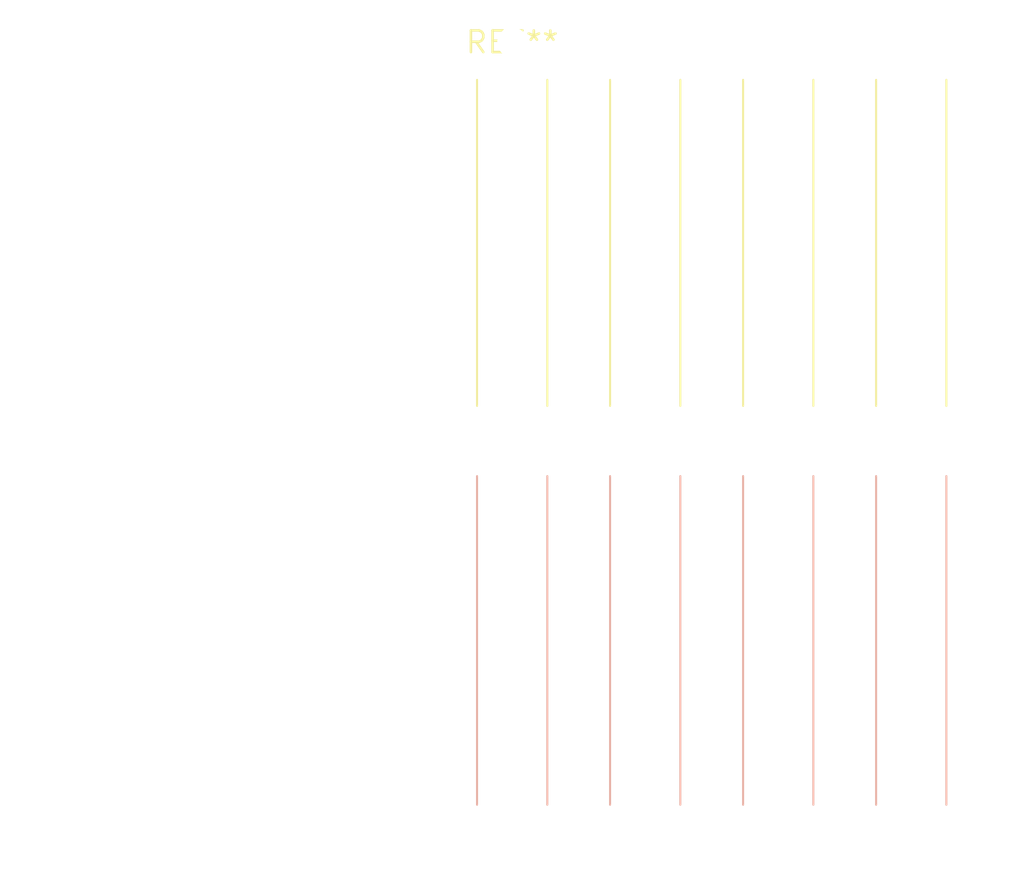
<source format=kicad_pcb>
(kicad_pcb (version 20240108) (generator pcbnew)
  (layers (0 "F.Cu" signal) (31 "B.Cu" signal) (34 "B.Paste" user) (35 "F.Paste" user) (36 "B.SilkS" user "B.Silkscreen") (37 "F.SilkS" user "F.Silkscreen") (38 "B.Mask" user) (39 "F.Mask" user) (44 "Edge.Cuts" user))
  (net 0 "")
  (footprint "SolderWire-1sqmm_1x04_P7.8mm_D1.4mm_OD3.9mm_Relief2x" (layer "F.Cu") (at 0 0)
    (property "Reference" "REF**")
    (property "Value" "SolderWire-1sqmm_1x04_P7.8mm_D1.4mm_OD3.9mm_Relief2x")
    (fp_line (start -2.06 25.46) (end -2.06 44.74) (layer "B.SilkS") (stroke (width 0.12)))
    (fp_line (start 2.06 25.46) (end 2.06 44.74) (layer "B.SilkS") (stroke (width 0.12)))
    (fp_line (start 5.74 25.46) (end 5.74 44.74) (layer "B.SilkS") (stroke (width 0.12)))
    (fp_line (start 9.86 25.46) (end 9.86 44.74) (layer "B.SilkS") (stroke (width 0.12)))
    (fp_line (start 13.54 25.46) (end 13.54 44.74) (layer "B.SilkS") (stroke (width 0.12)))
    (fp_line (start 17.66 25.46) (end 17.66 44.74) (layer "B.SilkS") (stroke (width 0.12)))
    (fp_line (start 21.34 25.46) (end 21.34 44.74) (layer "B.SilkS") (stroke (width 0.12)))
    (fp_line (start 25.46 25.46) (end 25.46 44.74) (layer "B.SilkS") (stroke (width 0.12)))
    (fp_line (start -2.06 2.21) (end -2.06 21.34) (layer "F.SilkS") (stroke (width 0.12)))
    (fp_line (start 2.06 2.21) (end 2.06 21.34) (layer "F.SilkS") (stroke (width 0.12)))
    (fp_line (start 5.74 2.21) (end 5.74 21.34) (layer "F.SilkS") (stroke (width 0.12)))
    (fp_line (start 9.86 2.21) (end 9.86 21.34) (layer "F.SilkS") (stroke (width 0.12)))
    (fp_line (start 13.54 2.21) (end 13.54 21.34) (layer "F.SilkS") (stroke (width 0.12)))
    (fp_line (start 17.66 2.21) (end 17.66 21.34) (layer "F.SilkS") (stroke (width 0.12)))
    (fp_line (start 21.34 2.21) (end 21.34 21.34) (layer "F.SilkS") (stroke (width 0.12)))
    (fp_line (start 25.46 2.21) (end 25.46 21.34) (layer "F.SilkS") (stroke (width 0.12)))
    (pad "" np_thru_hole circle (at 0 23.4) (size 4.4 4.4) (drill 4.4) (layers *.Cu *.Mask))
    (pad "" np_thru_hole circle (at 0 46.8) (size 4.4 4.4) (drill 4.4) (layers *.Cu *.Mask))
    (pad "" np_thru_hole circle (at 7.8 23.4) (size 4.4 4.4) (drill 4.4) (layers *.Cu *.Mask))
    (pad "" np_thru_hole circle (at 7.8 46.8) (size 4.4 4.4) (drill 4.4) (layers *.Cu *.Mask))
    (pad "" np_thru_hole circle (at 15.6 23.4) (size 4.4 4.4) (drill 4.4) (layers *.Cu *.Mask))
    (pad "" np_thru_hole circle (at 15.6 46.8) (size 4.4 4.4) (drill 4.4) (layers *.Cu *.Mask))
    (pad "" np_thru_hole circle (at 23.4 23.4) (size 4.4 4.4) (drill 4.4) (layers *.Cu *.Mask))
    (pad "" np_thru_hole circle (at 23.4 46.8) (size 4.4 4.4) (drill 4.4) (layers *.Cu *.Mask))
    (pad "1" thru_hole roundrect (at 0 0) (size 3.9 3.9) (drill 1.75) (layers *.Cu *.Mask) (remove_unused_layers) (roundrect_rratio 0.064103))
    (pad "2" thru_hole circle (at 7.8 0) (size 3.9 3.9) (drill 1.75) (layers *.Cu *.Mask) (remove_unused_layers))
    (pad "3" thru_hole circle (at 15.6 0) (size 3.9 3.9) (drill 1.75) (layers *.Cu *.Mask) (remove_unused_layers))
    (pad "4" thru_hole circle (at 23.4 0) (size 3.9 3.9) (drill 1.75) (layers *.Cu *.Mask) (remove_unused_layers))
  )
)
</source>
